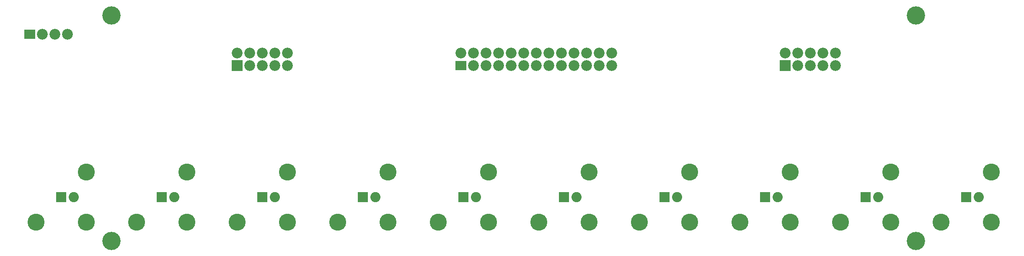
<source format=gts>
G04 (created by PCBNEW (2013-jul-07)-stable) date Thu 13 Aug 2015 05:15:58 PM PDT*
%MOIN*%
G04 Gerber Fmt 3.4, Leading zero omitted, Abs format*
%FSLAX34Y34*%
G01*
G70*
G90*
G04 APERTURE LIST*
%ADD10C,0.00393701*%
%ADD11C,0.135748*%
%ADD12R,0.080748X0.080748*%
%ADD13C,0.080748*%
%ADD14R,0.085748X0.085748*%
%ADD15C,0.085748*%
%ADD16C,0.145748*%
%ADD17R,0.085748X0.075748*%
G04 APERTURE END LIST*
G54D10*
G54D11*
X24120Y-41350D03*
X20120Y-41350D03*
G54D12*
X22120Y-39350D03*
G54D13*
X23120Y-39350D03*
G54D11*
X24120Y-37350D03*
X32120Y-41350D03*
X28120Y-41350D03*
G54D12*
X30120Y-39350D03*
G54D13*
X31120Y-39350D03*
G54D11*
X32120Y-37350D03*
X40120Y-41350D03*
X36120Y-41350D03*
G54D12*
X38120Y-39350D03*
G54D13*
X39120Y-39350D03*
G54D11*
X40120Y-37350D03*
X48120Y-41350D03*
X44120Y-41350D03*
G54D12*
X46120Y-39350D03*
G54D13*
X47120Y-39350D03*
G54D11*
X48120Y-37350D03*
X56120Y-41350D03*
X52120Y-41350D03*
G54D12*
X54120Y-39350D03*
G54D13*
X55120Y-39350D03*
G54D11*
X56120Y-37350D03*
X64120Y-41350D03*
X60120Y-41350D03*
G54D12*
X62120Y-39350D03*
G54D13*
X63120Y-39350D03*
G54D11*
X64120Y-37350D03*
X72120Y-41350D03*
X68120Y-41350D03*
G54D12*
X70120Y-39350D03*
G54D13*
X71120Y-39350D03*
G54D11*
X72120Y-37350D03*
X80120Y-41350D03*
X76120Y-41350D03*
G54D12*
X78120Y-39350D03*
G54D13*
X79120Y-39350D03*
G54D11*
X80120Y-37350D03*
X88120Y-41350D03*
X84120Y-41350D03*
G54D12*
X86120Y-39350D03*
G54D13*
X87120Y-39350D03*
G54D11*
X88120Y-37350D03*
X96120Y-41350D03*
X92120Y-41350D03*
G54D12*
X94120Y-39350D03*
G54D13*
X95120Y-39350D03*
G54D11*
X96120Y-37350D03*
G54D14*
X79720Y-28850D03*
G54D15*
X79720Y-27850D03*
X80720Y-28850D03*
X80720Y-27850D03*
X81720Y-28850D03*
X81720Y-27850D03*
X82720Y-28850D03*
X82720Y-27850D03*
X83720Y-28850D03*
X83720Y-27850D03*
G54D14*
X36120Y-28850D03*
G54D15*
X36120Y-27850D03*
X37120Y-28850D03*
X37120Y-27850D03*
X38120Y-28850D03*
X38120Y-27850D03*
X39120Y-28850D03*
X39120Y-27850D03*
X40120Y-28850D03*
X40120Y-27850D03*
G54D16*
X90120Y-42850D03*
X90120Y-24850D03*
X26120Y-42850D03*
X26120Y-24850D03*
G54D17*
X53920Y-28850D03*
G54D15*
X53920Y-27850D03*
X54920Y-28850D03*
X54920Y-27850D03*
X55920Y-28850D03*
X55920Y-27850D03*
X56920Y-28850D03*
X56920Y-27850D03*
X57920Y-28850D03*
X57920Y-27850D03*
X58920Y-28850D03*
X58920Y-27850D03*
X59920Y-28850D03*
X59920Y-27850D03*
X60920Y-28850D03*
X60920Y-27850D03*
X61920Y-28850D03*
X61920Y-27850D03*
X62920Y-28850D03*
X62920Y-27850D03*
X63920Y-28850D03*
X63920Y-27850D03*
X64920Y-28850D03*
X64920Y-27850D03*
X65920Y-28850D03*
X65920Y-27850D03*
G54D17*
X19620Y-26350D03*
G54D15*
X20620Y-26350D03*
X21620Y-26350D03*
X22620Y-26350D03*
M02*

</source>
